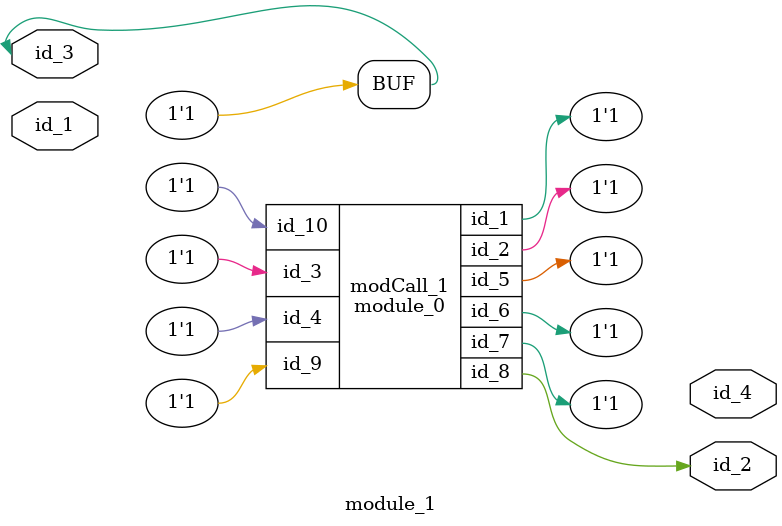
<source format=v>
module module_0 (
    id_1,
    id_2,
    id_3,
    id_4,
    id_5,
    id_6,
    id_7,
    id_8,
    id_9,
    id_10
);
  input wire id_10;
  input wire id_9;
  output wire id_8;
  output wire id_7;
  inout wire id_6;
  output wire id_5;
  input wire id_4;
  input wire id_3;
  inout wire id_2;
  inout wire id_1;
  wire id_11;
endmodule
module module_1 (
    id_1,
    id_2,
    id_3,
    id_4
);
  output wire id_4;
  inout wire id_3;
  output wire id_2;
  input wire id_1;
  assign id_3 = 1 || id_1[-1 :-1];
  module_0 modCall_1 (
      id_3,
      id_3,
      id_3,
      id_3,
      id_3,
      id_3,
      id_3,
      id_2,
      id_3,
      id_3
  );
endmodule

</source>
